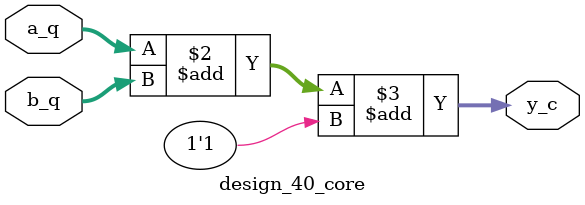
<source format=v>
module design_40_core #(
  parameter W = 8
)(
  input      [W-1:0] a_q,
  input      [W-1:0] b_q,
  output reg [W-1:0] y_c
);
  always @* begin
    y_c = a_q + b_q + 1'b1;
  end
endmodule

</source>
